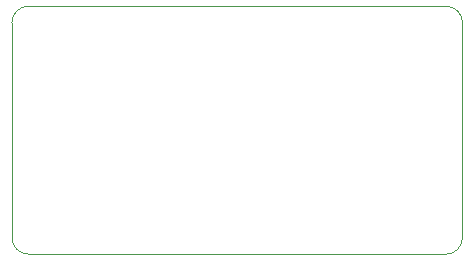
<source format=gbr>
G04 #@! TF.GenerationSoftware,KiCad,Pcbnew,(5.1.2)-2*
G04 #@! TF.CreationDate,2020-05-20T23:18:15+10:00*
G04 #@! TF.ProjectId,Heterodyne,48657465-726f-4647-996e-652e6b696361,rev?*
G04 #@! TF.SameCoordinates,Original*
G04 #@! TF.FileFunction,Profile,NP*
%FSLAX46Y46*%
G04 Gerber Fmt 4.6, Leading zero omitted, Abs format (unit mm)*
G04 Created by KiCad (PCBNEW (5.1.2)-2) date 2020-05-20 23:18:15*
%MOMM*%
%LPD*%
G04 APERTURE LIST*
%ADD10C,0.100000*%
G04 APERTURE END LIST*
D10*
X103500000Y-48400000D02*
G75*
G02X104900000Y-47000000I1400000J0D01*
G01*
X104900000Y-68000000D02*
G75*
G02X103500000Y-66600000I0J1400000D01*
G01*
X141650000Y-66600000D02*
G75*
G02X140250000Y-68000000I-1400000J0D01*
G01*
X140250000Y-47000000D02*
G75*
G02X141650000Y-48400000I0J-1400000D01*
G01*
X103500000Y-66600000D02*
X103500000Y-48400000D01*
X140250000Y-68000000D02*
X104900000Y-68000000D01*
X141650000Y-48400000D02*
X141650000Y-66600000D01*
X104900000Y-47000000D02*
X140250000Y-47000000D01*
M02*

</source>
